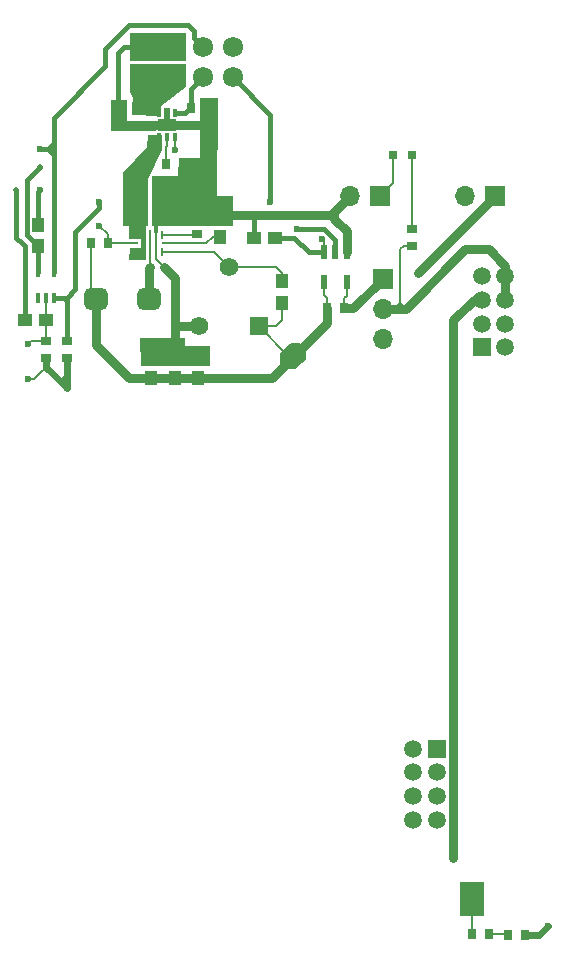
<source format=gbr>
%TF.GenerationSoftware,KiCad,Pcbnew,8.0.4*%
%TF.CreationDate,2024-08-22T00:26:23+05:30*%
%TF.ProjectId,sanket 4.0,73616e6b-6574-4203-942e-302e6b696361,rev?*%
%TF.SameCoordinates,Original*%
%TF.FileFunction,Copper,L1,Top*%
%TF.FilePolarity,Positive*%
%FSLAX46Y46*%
G04 Gerber Fmt 4.6, Leading zero omitted, Abs format (unit mm)*
G04 Created by KiCad (PCBNEW 8.0.4) date 2024-08-22 00:26:23*
%MOMM*%
%LPD*%
G01*
G04 APERTURE LIST*
G04 Aperture macros list*
%AMRoundRect*
0 Rectangle with rounded corners*
0 $1 Rounding radius*
0 $2 $3 $4 $5 $6 $7 $8 $9 X,Y pos of 4 corners*
0 Add a 4 corners polygon primitive as box body*
4,1,4,$2,$3,$4,$5,$6,$7,$8,$9,$2,$3,0*
0 Add four circle primitives for the rounded corners*
1,1,$1+$1,$2,$3*
1,1,$1+$1,$4,$5*
1,1,$1+$1,$6,$7*
1,1,$1+$1,$8,$9*
0 Add four rect primitives between the rounded corners*
20,1,$1+$1,$2,$3,$4,$5,0*
20,1,$1+$1,$4,$5,$6,$7,0*
20,1,$1+$1,$6,$7,$8,$9,0*
20,1,$1+$1,$8,$9,$2,$3,0*%
G04 Aperture macros list end*
%TA.AperFunction,Conductor*%
%ADD10C,0.000000*%
%TD*%
%TA.AperFunction,Conductor*%
%ADD11C,0.200000*%
%TD*%
%TA.AperFunction,SMDPad,CuDef*%
%ADD12R,0.650000X0.900000*%
%TD*%
%TA.AperFunction,ComponentPad*%
%ADD13R,1.720000X1.720000*%
%TD*%
%TA.AperFunction,ComponentPad*%
%ADD14C,1.720000*%
%TD*%
%TA.AperFunction,SMDPad,CuDef*%
%ADD15R,0.900000X0.650000*%
%TD*%
%TA.AperFunction,SMDPad,CuDef*%
%ADD16R,1.100000X1.150000*%
%TD*%
%TA.AperFunction,SMDPad,CuDef*%
%ADD17R,2.000000X3.000000*%
%TD*%
%TA.AperFunction,SMDPad,CuDef*%
%ADD18R,0.600000X1.250000*%
%TD*%
%TA.AperFunction,SMDPad,CuDef*%
%ADD19RoundRect,0.450000X0.550000X0.450000X-0.550000X0.450000X-0.550000X-0.450000X0.550000X-0.450000X0*%
%TD*%
%TA.AperFunction,ComponentPad*%
%ADD20R,1.700000X1.700000*%
%TD*%
%TA.AperFunction,ComponentPad*%
%ADD21O,1.700000X1.700000*%
%TD*%
%TA.AperFunction,SMDPad,CuDef*%
%ADD22R,1.150000X1.100000*%
%TD*%
%TA.AperFunction,SMDPad,CuDef*%
%ADD23R,0.400000X0.900000*%
%TD*%
%TA.AperFunction,SMDPad,CuDef*%
%ADD24R,0.800000X0.800000*%
%TD*%
%TA.AperFunction,ComponentPad*%
%ADD25R,1.560000X1.560000*%
%TD*%
%TA.AperFunction,ComponentPad*%
%ADD26C,1.560000*%
%TD*%
%TA.AperFunction,ComponentPad*%
%ADD27R,1.490000X1.490000*%
%TD*%
%TA.AperFunction,ComponentPad*%
%ADD28C,1.490000*%
%TD*%
%TA.AperFunction,SMDPad,CuDef*%
%ADD29R,0.250000X0.775000*%
%TD*%
%TA.AperFunction,SMDPad,CuDef*%
%ADD30R,0.250000X2.300000*%
%TD*%
%TA.AperFunction,SMDPad,CuDef*%
%ADD31R,0.650000X0.250000*%
%TD*%
%TA.AperFunction,SMDPad,CuDef*%
%ADD32R,0.320000X0.690000*%
%TD*%
%TA.AperFunction,SMDPad,CuDef*%
%ADD33R,1.600000X1.000000*%
%TD*%
%TA.AperFunction,ViaPad*%
%ADD34C,0.600000*%
%TD*%
%TA.AperFunction,ViaPad*%
%ADD35C,0.500000*%
%TD*%
%TA.AperFunction,Conductor*%
%ADD36C,0.720000*%
%TD*%
%TA.AperFunction,Conductor*%
%ADD37C,0.400000*%
%TD*%
%TA.AperFunction,Conductor*%
%ADD38C,0.600000*%
%TD*%
%TA.AperFunction,Conductor*%
%ADD39C,0.381000*%
%TD*%
%TA.AperFunction,Conductor*%
%ADD40C,1.270000*%
%TD*%
%TA.AperFunction,Conductor*%
%ADD41C,0.127000*%
%TD*%
G04 APERTURE END LIST*
D10*
%TA.AperFunction,Conductor*%
%TO.N,/Burn*%
G36*
X120147961Y-58713990D02*
G01*
X120127330Y-59990243D01*
X118902962Y-62432035D01*
X118937954Y-66398600D01*
X116801100Y-66398600D01*
X116801100Y-61898600D01*
X118879293Y-59734733D01*
X118918404Y-58709298D01*
X120147961Y-58713990D01*
G37*
%TD.AperFunction*%
%TA.AperFunction,Conductor*%
%TO.N,GND*%
G36*
X119773031Y-66992224D02*
G01*
X119470282Y-66995192D01*
X119481718Y-66102057D01*
X119570456Y-66098683D01*
X119772527Y-66098585D01*
X119773031Y-66992224D01*
G37*
%TD.AperFunction*%
%TA.AperFunction,Conductor*%
G36*
X122145781Y-50111582D02*
G01*
X122145781Y-52472716D01*
X117423514Y-52472716D01*
X117412926Y-50069230D01*
X122145781Y-50111582D01*
G37*
%TD.AperFunction*%
%TA.AperFunction,Conductor*%
G36*
X124801100Y-64398600D02*
G01*
X119301100Y-64398600D01*
X119286461Y-62144175D01*
X121492356Y-62144174D01*
X121538035Y-60701301D01*
X123365944Y-60684301D01*
X123380633Y-58320335D01*
X115801100Y-58334373D01*
X115801100Y-55723579D01*
X117124657Y-55708831D01*
X117161729Y-57505158D01*
X120316832Y-57502529D01*
X120331631Y-56437881D01*
X120784668Y-56441505D01*
X120793682Y-57508642D01*
X123355224Y-57520869D01*
X123384574Y-55586922D01*
X124858275Y-55560968D01*
X124801100Y-64398600D01*
G37*
%TD.AperFunction*%
%TA.AperFunction,Conductor*%
%TO.N,Vcc*%
G36*
X122159870Y-54671980D02*
G01*
X120082837Y-56254234D01*
X120072184Y-57067387D01*
X117626659Y-57045130D01*
X117633637Y-55558895D01*
X117437417Y-55084011D01*
X117436633Y-52680109D01*
X122159870Y-52680109D01*
X122159870Y-54671980D01*
G37*
%TD.AperFunction*%
%TA.AperFunction,Conductor*%
%TO.N,GND*%
G36*
X122045224Y-75899918D02*
G01*
X122047414Y-76610939D01*
X124151743Y-76599886D01*
X124151721Y-78255226D01*
X118309436Y-78271991D01*
X118301100Y-75898600D01*
X122045224Y-75899918D01*
G37*
%TD.AperFunction*%
%TA.AperFunction,Conductor*%
G36*
X126128848Y-66407276D02*
G01*
X119301100Y-66398600D01*
X119301100Y-63898600D01*
X126118793Y-63895780D01*
X126128848Y-66407276D01*
G37*
%TD.AperFunction*%
D11*
%TO.N,/VR*%
X131768636Y-76441004D02*
X132263177Y-76918193D01*
X132193768Y-77655667D01*
X131369533Y-78471226D01*
X130744849Y-78471226D01*
X130206927Y-77985361D01*
X130189575Y-77239211D01*
X131048515Y-76397623D01*
X131768636Y-76441004D01*
%TA.AperFunction,Conductor*%
G36*
X131768636Y-76441004D02*
G01*
X132263177Y-76918193D01*
X132193768Y-77655667D01*
X131369533Y-78471226D01*
X130744849Y-78471226D01*
X130206927Y-77985361D01*
X130189575Y-77239211D01*
X131048515Y-76397623D01*
X131768636Y-76441004D01*
G37*
%TD.AperFunction*%
D10*
%TA.AperFunction,Conductor*%
%TO.N,/Burn*%
G36*
X118768742Y-65904114D02*
G01*
X118755097Y-69266214D01*
X117369348Y-69258015D01*
X117376945Y-68242897D01*
X118335998Y-68240213D01*
X118338036Y-67529149D01*
X117298994Y-67524937D01*
X117301100Y-65898600D01*
X118768742Y-65904114D01*
G37*
%TD.AperFunction*%
%TD*%
D12*
%TO.P,R10,1*%
%TO.N,/NetBLEEDER1_1*%
X146351100Y-126398600D03*
%TO.P,R10,2*%
%TO.N,/NetR10_2*%
X147801100Y-126398600D03*
%TD*%
D13*
%TO.P,J4,1,1*%
%TO.N,GND*%
X118504500Y-51263600D03*
D14*
%TO.P,J4,2,2*%
%TO.N,Vcc*%
X118504500Y-53803600D03*
%TO.P,J4,3,3*%
%TO.N,GND*%
X121044500Y-51263600D03*
%TO.P,J4,4,4*%
%TO.N,Vcc*%
X121044500Y-53803600D03*
%TO.P,J4,5,5*%
%TO.N,/TRIGGER_OUT*%
X123584500Y-51263600D03*
%TO.P,J4,6,6*%
%TO.N,/EN*%
X123584500Y-53803600D03*
%TO.P,J4,7,7*%
%TO.N,unconnected-(J4-Pad7)*%
X126124500Y-51263600D03*
%TO.P,J4,8,8*%
%TO.N,/CS*%
X126124500Y-53803600D03*
%TD*%
D15*
%TO.P,R7,1*%
%TO.N,/SW_OUT*%
X110301100Y-77623600D03*
%TO.P,R7,2*%
%TO.N,/TRIGGER_IN*%
X110301100Y-76173600D03*
%TD*%
D16*
%TO.P,CFF1,1*%
%TO.N,Net-(U6-FB)*%
X130301100Y-71098600D03*
%TO.P,CFF1,2*%
%TO.N,/VR*%
X130301100Y-72898600D03*
%TD*%
D17*
%TO.P,BLEEDER1,1,BLEEDER*%
%TO.N,/NetBLEEDER1_1*%
X146355280Y-123431360D03*
%TD*%
D15*
%TO.P,R4,1*%
%TO.N,/NetD1_2*%
X141301100Y-66673600D03*
%TO.P,R4,2*%
%TO.N,Net-(J1-Pin_2)*%
X141301100Y-68123600D03*
%TD*%
D18*
%TO.P,U5,1,GND*%
%TO.N,GND*%
X135751100Y-68648600D03*
%TO.P,U5,2,OUT*%
%TO.N,/CS*%
X134801100Y-68648600D03*
%TO.P,U5,3,VCC*%
%TO.N,Vcc*%
X133851100Y-68648600D03*
%TO.P,U5,4,RS+*%
%TO.N,/VR*%
X133851100Y-71148600D03*
%TO.P,U5,5,RS-*%
%TO.N,Net-(J1-Pin_1)*%
X135751100Y-71148600D03*
%TD*%
D16*
%TO.P,C4,1*%
%TO.N,GND*%
X119214691Y-77498600D03*
%TO.P,C4,2*%
%TO.N,/VR*%
X119214691Y-79298600D03*
%TD*%
D12*
%TO.P,RSENSE1,1*%
%TO.N,/VR*%
X134076100Y-73398600D03*
%TO.P,RSENSE1,2*%
%TO.N,Net-(J1-Pin_1)*%
X135526100Y-73398600D03*
%TD*%
D19*
%TO.P,L1,1,1*%
%TO.N,Net-(U6-SW)*%
X119051100Y-72567690D03*
%TO.P,L1,2,2*%
%TO.N,/VR*%
X114551100Y-72567690D03*
%TD*%
D20*
%TO.P,J3,1,Pin_1*%
%TO.N,/RBW-LOW*%
X138576100Y-63898600D03*
D21*
%TO.P,J3,2,Pin_2*%
%TO.N,GND*%
X136036100Y-63898600D03*
%TD*%
D22*
%TO.P,C3,1*%
%TO.N,GND*%
X120030170Y-65088575D03*
%TO.P,C3,2*%
%TO.N,/Burn*%
X118230170Y-65088575D03*
%TD*%
D16*
%TO.P,C7,1*%
%TO.N,GND*%
X109633707Y-66347641D03*
%TO.P,C7,2*%
%TO.N,Vcc*%
X109633707Y-68147641D03*
%TD*%
D12*
%TO.P,R_ILIM1,1*%
%TO.N,Net-(U4-ILIM)*%
X120469372Y-61209901D03*
%TO.P,R_ILIM1,2*%
%TO.N,GND*%
X121919372Y-61209901D03*
%TD*%
D15*
%TO.P,R5,1*%
%TO.N,Net-(U6-COMP_FSET)*%
X123123460Y-67133984D03*
%TO.P,R5,2*%
%TO.N,GND*%
X123123460Y-65683984D03*
%TD*%
D23*
%TO.P,U3,1,NC*%
%TO.N,unconnected-(U3-NC-Pad1)*%
X109651100Y-72498600D03*
%TO.P,U3,2,A*%
%TO.N,/TRIGGER_IN*%
X110301100Y-72498600D03*
%TO.P,U3,3,GND*%
%TO.N,GND*%
X110951100Y-72498600D03*
%TO.P,U3,4,Y*%
%TO.N,/TRIGGER_OUT*%
X110951100Y-70298600D03*
%TO.P,U3,5,VCC*%
%TO.N,Vcc*%
X109651100Y-70298600D03*
%TD*%
D12*
%TO.P,R11,1*%
%TO.N,/NetR10_2*%
X149402170Y-126424650D03*
%TO.P,R11,2*%
%TO.N,GND*%
X150852170Y-126424650D03*
%TD*%
D24*
%TO.P,D1,1,K*%
%TO.N,/RBW-LOW*%
X139701100Y-60398600D03*
%TO.P,D1,2,A*%
%TO.N,/NetD1_2*%
X141301100Y-60398600D03*
%TD*%
D22*
%TO.P,C6,1*%
%TO.N,GND*%
X108514710Y-74402132D03*
%TO.P,C6,2*%
%TO.N,/TRIGGER_IN*%
X110314710Y-74402132D03*
%TD*%
D12*
%TO.P,R1,1*%
%TO.N,GND*%
X124026100Y-56398600D03*
%TO.P,R1,2*%
%TO.N,/EN*%
X122576100Y-56398600D03*
%TD*%
D16*
%TO.P,C9,1*%
%TO.N,GND*%
X121214691Y-77498600D03*
%TO.P,C9,2*%
%TO.N,/VR*%
X121214691Y-79298600D03*
%TD*%
D12*
%TO.P,R6,1*%
%TO.N,/VR*%
X114076100Y-67898600D03*
%TO.P,R6,2*%
%TO.N,Net-(U6-PG)*%
X115526100Y-67898600D03*
%TD*%
D20*
%TO.P,J1,1,Pin_1*%
%TO.N,Net-(J1-Pin_1)*%
X138801100Y-70873600D03*
D21*
%TO.P,J1,2,Pin_2*%
%TO.N,Net-(J1-Pin_2)*%
X138801100Y-73413600D03*
%TO.P,J1,3,Pin_3*%
%TO.N,Net-(DIR_PW1-Pin_1)*%
X138801100Y-75953600D03*
%TD*%
D25*
%TO.P,RV1,1,1*%
%TO.N,/VR*%
X128301100Y-74906421D03*
D26*
%TO.P,RV1,2,2*%
%TO.N,Net-(U6-FB)*%
X125801100Y-69906421D03*
%TO.P,RV1,3,3*%
%TO.N,GND*%
X123301100Y-74906421D03*
%TD*%
D27*
%TO.P,DEPLOYER2,1,1*%
%TO.N,/SW_OUT*%
X143401100Y-110675485D03*
D28*
%TO.P,DEPLOYER2,2,2*%
X141401100Y-110675485D03*
%TO.P,DEPLOYER2,3,3*%
%TO.N,/NetDEPLOYER1_1*%
X143401100Y-112675485D03*
%TO.P,DEPLOYER2,4,4*%
X141401100Y-112675485D03*
%TO.P,DEPLOYER2,5,5*%
%TO.N,Net-(J1-Pin_2)*%
X143401100Y-114675485D03*
%TO.P,DEPLOYER2,6,6*%
%TO.N,/RBW-LOW*%
X141401100Y-114675485D03*
%TO.P,DEPLOYER2,7,7*%
%TO.N,Net-(J1-Pin_2)*%
X143401100Y-116675485D03*
%TO.P,DEPLOYER2,8,8*%
%TO.N,/RBW-LOW*%
X141401100Y-116675485D03*
%TD*%
D15*
%TO.P,R8,1*%
%TO.N,GND*%
X112076100Y-76173600D03*
%TO.P,R8,2*%
%TO.N,/SW_OUT*%
X112076100Y-77623600D03*
%TD*%
D22*
%TO.P,C1,1*%
%TO.N,GND*%
X116401100Y-56398600D03*
%TO.P,C1,2*%
%TO.N,Vcc*%
X118201100Y-56398600D03*
%TD*%
D27*
%TO.P,DEPLOYER1,1,1*%
%TO.N,/NetDEPLOYER1_1*%
X147201100Y-76675485D03*
D28*
%TO.P,DEPLOYER1,2,2*%
X149201100Y-76675485D03*
%TO.P,DEPLOYER1,3,3*%
%TO.N,Vcc*%
X147201100Y-74675485D03*
%TO.P,DEPLOYER1,4,4*%
X149201100Y-74675485D03*
%TO.P,DEPLOYER1,5,5*%
%TO.N,/RBW-LOW*%
X147201100Y-72675485D03*
%TO.P,DEPLOYER1,6,6*%
%TO.N,Net-(J1-Pin_2)*%
X149201100Y-72675485D03*
%TO.P,DEPLOYER1,7,7*%
%TO.N,/RBW-LOW*%
X147201100Y-70675485D03*
%TO.P,DEPLOYER1,8,8*%
%TO.N,Net-(J1-Pin_2)*%
X149201100Y-70675485D03*
%TD*%
D16*
%TO.P,C10,1*%
%TO.N,GND*%
X123214691Y-77498600D03*
%TO.P,C10,2*%
%TO.N,/VR*%
X123214691Y-79298600D03*
%TD*%
D22*
%TO.P,C2,1*%
%TO.N,GND*%
X120062923Y-63052123D03*
%TO.P,C2,2*%
%TO.N,/Burn*%
X118262923Y-63052123D03*
%TD*%
%TO.P,C8,1*%
%TO.N,GND*%
X127901100Y-67398600D03*
%TO.P,C8,2*%
%TO.N,Vcc*%
X129701100Y-67398600D03*
%TD*%
D20*
%TO.P,DIR_PW1,1,Pin_1*%
%TO.N,Net-(DIR_PW1-Pin_1)*%
X148301100Y-63898600D03*
D21*
%TO.P,DIR_PW1,2,Pin_2*%
%TO.N,GND*%
X145761100Y-63898600D03*
%TD*%
D29*
%TO.P,U6,1,MODE_SYNC*%
%TO.N,/Burn*%
X118121336Y-68659499D03*
D30*
%TO.P,U6,2,VIN*%
X118621336Y-67898599D03*
%TO.P,U6,3,SW*%
%TO.N,Net-(U6-SW)*%
X119121336Y-67898599D03*
%TO.P,U6,4,GND*%
%TO.N,GND*%
X119621336Y-67898599D03*
D29*
%TO.P,U6,5,FB*%
%TO.N,Net-(U6-FB)*%
X120121333Y-68659499D03*
D31*
%TO.P,U6,6,SS_TR*%
%TO.N,Net-(U6-SS_TR)*%
X120446336Y-67898599D03*
D29*
%TO.P,U6,7,COMP_FSET*%
%TO.N,Net-(U6-COMP_FSET)*%
X120121336Y-67137699D03*
%TO.P,U6,8,EN*%
%TO.N,/Burn*%
X118121336Y-67137699D03*
D31*
%TO.P,U6,9,PG*%
%TO.N,Net-(U6-PG)*%
X117796336Y-67898599D03*
%TD*%
D32*
%TO.P,U4,1,OUT*%
%TO.N,/Burn*%
X119894373Y-58918600D03*
%TO.P,U4,2,ILIM*%
%TO.N,Net-(U4-ILIM)*%
X120544373Y-58918600D03*
%TO.P,U4,3,~{FAULT}*%
%TO.N,Net-(U4-~{FAULT})*%
X121194373Y-58918600D03*
%TO.P,U4,4,EN*%
%TO.N,/EN*%
X121194373Y-56878600D03*
%TO.P,U4,5,GND*%
%TO.N,GND*%
X120544373Y-56878600D03*
%TO.P,U4,6,IN*%
%TO.N,Vcc*%
X119894373Y-56878600D03*
D33*
%TO.P,U4,7,EXP*%
%TO.N,GND*%
X120544373Y-57898600D03*
%TD*%
D16*
%TO.P,C5,1*%
%TO.N,GND*%
X125032633Y-65524580D03*
%TO.P,C5,2*%
%TO.N,Net-(U6-SS_TR)*%
X125032633Y-67324580D03*
%TD*%
D34*
%TO.N,Vcc*%
X133693625Y-67506075D03*
D35*
X109801100Y-61398600D03*
D34*
%TO.N,/TRIGGER_IN*%
X108801100Y-76398600D03*
%TO.N,/RBW-LOW*%
X144801100Y-119898600D03*
%TO.N,/SW_OUT*%
X108801100Y-79398600D03*
X112051100Y-80148600D03*
%TO.N,GND*%
X114801100Y-64398600D03*
X152775050Y-125687685D03*
D35*
X107801100Y-63398600D03*
D34*
X121801100Y-65398600D03*
X109801100Y-63398600D03*
%TO.N,/VR*%
X131301100Y-77398600D03*
%TO.N,/TRIGGER_OUT*%
X109801100Y-59898600D03*
%TO.N,/CS*%
X131556125Y-66643575D03*
X129301100Y-64398600D03*
%TO.N,Net-(U4-~{FAULT})*%
X121194373Y-59947744D03*
%TO.N,Net-(U6-PG)*%
X114801100Y-66398600D03*
%TO.N,Net-(DIR_PW1-Pin_1)*%
X141801100Y-70398600D03*
%TD*%
D11*
%TO.N,/NetBLEEDER1_1*%
X146351100Y-126398600D02*
X146351100Y-123435540D01*
X146351100Y-123435540D02*
X146355280Y-123431360D01*
%TO.N,Net-(J1-Pin_2)*%
X140576100Y-68123600D02*
X141301100Y-68123600D01*
X140301100Y-72928600D02*
X140786100Y-73413600D01*
X139801100Y-73413600D02*
X138801100Y-73413600D01*
X140301100Y-72913600D02*
X139801100Y-73413600D01*
D36*
X147801100Y-68398600D02*
X149201100Y-69798600D01*
D11*
X140301100Y-68398600D02*
X140301100Y-72913600D01*
D36*
X140786100Y-73413600D02*
X145801100Y-68398600D01*
X145801100Y-68398600D02*
X147801100Y-68398600D01*
D11*
X140301100Y-72913600D02*
X140301100Y-72928600D01*
D36*
X149201100Y-69798600D02*
X149201100Y-70675485D01*
X149201100Y-70675485D02*
X149201100Y-72675485D01*
D11*
X140576100Y-68123600D02*
X140301100Y-68398600D01*
D36*
X138801100Y-73413600D02*
X140786100Y-73413600D01*
D37*
%TO.N,Vcc*%
X132551100Y-68648600D02*
X131301100Y-67398600D01*
X131301100Y-67398600D02*
X129701100Y-67398600D01*
D11*
X133851100Y-68648600D02*
X133851100Y-67663550D01*
D37*
X109651100Y-70298600D02*
X109651100Y-68165034D01*
X109651100Y-68165034D02*
X109633707Y-68147641D01*
X108683707Y-62515993D02*
X108683707Y-67197641D01*
X108683707Y-67197641D02*
X109633707Y-68147641D01*
X109801100Y-61398600D02*
X108683707Y-62515993D01*
D11*
X133851100Y-67663550D02*
X133693625Y-67506075D01*
D37*
X133851100Y-68648600D02*
X132551100Y-68648600D01*
D36*
%TO.N,Net-(J1-Pin_1)*%
X136276100Y-73398600D02*
X138801100Y-70873600D01*
D11*
X135526100Y-72529173D02*
X135526100Y-73398600D01*
D36*
X135526100Y-73398600D02*
X136276100Y-73398600D01*
D11*
X135751100Y-71148600D02*
X135751100Y-72304173D01*
X135751100Y-72304173D02*
X135526100Y-72529173D01*
%TO.N,/TRIGGER_IN*%
X110301100Y-74388522D02*
X110314710Y-74402132D01*
X110301100Y-74415742D02*
X110314710Y-74402132D01*
X109026100Y-76173600D02*
X108801100Y-76398600D01*
X110301100Y-76173600D02*
X109026100Y-76173600D01*
X110301100Y-76173600D02*
X110301100Y-74415742D01*
X110301100Y-72498600D02*
X110301100Y-74388522D01*
%TO.N,/NetD1_2*%
X141301100Y-66673600D02*
X141301100Y-60398600D01*
D36*
%TO.N,/RBW-LOW*%
X146535536Y-72675485D02*
X144801100Y-74409921D01*
D11*
X139701100Y-60398600D02*
X139701100Y-62773600D01*
D36*
X147201100Y-72675485D02*
X146535536Y-72675485D01*
D11*
X139701100Y-62773600D02*
X138576100Y-63898600D01*
D36*
X144801100Y-74409921D02*
X144801100Y-119898600D01*
D11*
%TO.N,Net-(U6-SW)*%
X119121336Y-69895317D02*
X119118053Y-69898600D01*
X119121336Y-67898599D02*
X119121336Y-69629097D01*
D36*
X119051100Y-69965553D02*
X119051100Y-72567690D01*
D11*
X119121336Y-69629097D02*
X119123320Y-69631081D01*
D36*
X119121336Y-69895317D02*
X119051100Y-69965553D01*
D11*
X119121336Y-67898599D02*
X119121336Y-69895317D01*
D38*
%TO.N,/SW_OUT*%
X110301100Y-78398600D02*
X110301100Y-77623600D01*
X110551100Y-78648600D02*
X110301100Y-78398600D01*
X111551100Y-79648600D02*
X110551100Y-78648600D01*
D11*
X110051100Y-78648600D02*
X110551100Y-78648600D01*
D38*
X112076100Y-80123600D02*
X112076100Y-78898600D01*
X112051100Y-80148600D02*
X111551100Y-79648600D01*
X112076100Y-79123600D02*
X111551100Y-79648600D01*
X112076100Y-78898600D02*
X112076100Y-77623600D01*
D11*
X109301100Y-79398600D02*
X108801100Y-79398600D01*
D38*
X112051100Y-80148600D02*
X112076100Y-80123600D01*
X112076100Y-78898600D02*
X112076100Y-79123600D01*
D11*
X109801100Y-78898600D02*
X109301100Y-79398600D01*
X110301100Y-78398600D02*
X109801100Y-78898600D01*
X109801100Y-78898600D02*
X110051100Y-78648600D01*
D37*
%TO.N,GND*%
X112801100Y-66898600D02*
X114801100Y-64898600D01*
X116936100Y-51263600D02*
X118504500Y-51263600D01*
D36*
X121214691Y-74912191D02*
X121214691Y-77498600D01*
X134668600Y-65266100D02*
X134668600Y-65783060D01*
D37*
X111801100Y-72498600D02*
X112076100Y-72498600D01*
X109633707Y-66347641D02*
X109633707Y-63565993D01*
D36*
X134918600Y-65016100D02*
X134410120Y-65524580D01*
D37*
X114801100Y-64898600D02*
X114801100Y-64398600D01*
D36*
X127801100Y-65524580D02*
X125032633Y-65524580D01*
D37*
X109633707Y-63565993D02*
X109801100Y-63398600D01*
D11*
X120030170Y-65088575D02*
X119621336Y-65497409D01*
D37*
X127901100Y-67398600D02*
X127901100Y-65624580D01*
X112076100Y-72898600D02*
X112076100Y-72773600D01*
D39*
X121044500Y-51263600D02*
X121342750Y-51263600D01*
D37*
X112076100Y-72773600D02*
X111801100Y-72498600D01*
X112076100Y-72898600D02*
X112076100Y-72498600D01*
D36*
X135751100Y-68648600D02*
X135751100Y-66865560D01*
X135751100Y-66865560D02*
X134792620Y-65907080D01*
D38*
X150852170Y-126424650D02*
X152038085Y-126424650D01*
D11*
X119621336Y-69195717D02*
X120301100Y-69875481D01*
D37*
X116401100Y-51798600D02*
X116936100Y-51263600D01*
D36*
X123301100Y-74906421D02*
X121208921Y-74906421D01*
D40*
X118504500Y-51406508D02*
X118504500Y-51263600D01*
D38*
X152775050Y-125687685D02*
X152038085Y-126424650D01*
D36*
X136036100Y-63898600D02*
X134918600Y-65016100D01*
D37*
X108514710Y-68112210D02*
X108301100Y-67898600D01*
D11*
X120301100Y-69875481D02*
X120301100Y-69898600D01*
X119621336Y-67898599D02*
X119621336Y-69195717D01*
D37*
X108514710Y-74402132D02*
X108514710Y-68112210D01*
X112076100Y-72498600D02*
X112801100Y-71773600D01*
D36*
X120301100Y-69898600D02*
X121201100Y-70798600D01*
D37*
X107801100Y-67398600D02*
X107801100Y-63398600D01*
D36*
X121201100Y-74898600D02*
X121214691Y-74912191D01*
X121208921Y-74906421D02*
X121201100Y-74898600D01*
X134918600Y-65016100D02*
X134668600Y-65266100D01*
D37*
X112801100Y-71773600D02*
X112801100Y-66898600D01*
X127901100Y-65624580D02*
X127801100Y-65524580D01*
X110951100Y-72498600D02*
X111801100Y-72498600D01*
D36*
X134410120Y-65524580D02*
X127801100Y-65524580D01*
D37*
X112076100Y-76173600D02*
X112076100Y-72898600D01*
D36*
X121201100Y-70798600D02*
X121201100Y-74898600D01*
D37*
X116401100Y-56398600D02*
X116401100Y-51798600D01*
D36*
X134792620Y-65907080D02*
X134410120Y-65524580D01*
D37*
X108301100Y-67898600D02*
X107801100Y-67398600D01*
D36*
X134668600Y-65783060D02*
X134792620Y-65907080D01*
D11*
%TO.N,/VR*%
X131301100Y-77398600D02*
X130793279Y-77398600D01*
D36*
X114551100Y-76485926D02*
X117363774Y-79298600D01*
D11*
X114076100Y-67898600D02*
X114076100Y-72092690D01*
X130793279Y-77890779D02*
X130801100Y-77898600D01*
D36*
X134076100Y-74623600D02*
X134076100Y-73398600D01*
D11*
X129793279Y-74906421D02*
X130301100Y-74398600D01*
D36*
X132301100Y-76398600D02*
X134076100Y-74623600D01*
D11*
X114076100Y-72092690D02*
X114551100Y-72567690D01*
X130793279Y-77398600D02*
X130793279Y-77890779D01*
D36*
X114551100Y-72567690D02*
X114551100Y-76485926D01*
X123214691Y-79298600D02*
X123908921Y-79298600D01*
D11*
X133851100Y-71148600D02*
X133851100Y-72287061D01*
D36*
X131301100Y-77398600D02*
X132301100Y-76398600D01*
D11*
X128301100Y-74906421D02*
X129793279Y-74906421D01*
X134076100Y-72512061D02*
X134076100Y-73398600D01*
D36*
X130801100Y-77898600D02*
X131301100Y-77398600D01*
D11*
X128301100Y-74906421D02*
X130793279Y-77398600D01*
X133851100Y-72287061D02*
X134076100Y-72512061D01*
D36*
X129401100Y-79298600D02*
X130301100Y-78398600D01*
D11*
X130301100Y-74398600D02*
X130301100Y-72898600D01*
D36*
X119214691Y-79298600D02*
X123214691Y-79298600D01*
X130301100Y-78398600D02*
X130801100Y-77898600D01*
X123214691Y-79298600D02*
X129401100Y-79298600D01*
X117363774Y-79298600D02*
X119214691Y-79298600D01*
D41*
%TO.N,/NetR10_2*%
X147801100Y-126398600D02*
X149327170Y-126398600D01*
D37*
%TO.N,/TRIGGER_OUT*%
X110301100Y-59898600D02*
X109801100Y-59898600D01*
X110451100Y-59898600D02*
X110951100Y-59398600D01*
X117301100Y-49398600D02*
X122301100Y-49398600D01*
X122801100Y-49898600D02*
X122801100Y-50480200D01*
X110951100Y-59898600D02*
X110301100Y-59898600D01*
X110951100Y-59398600D02*
X110951100Y-57248600D01*
X122801100Y-50480200D02*
X123584500Y-51263600D01*
X110951100Y-60398600D02*
X110951100Y-59898600D01*
X110951100Y-70298600D02*
X110951100Y-60398600D01*
X110951100Y-57248600D02*
X115301100Y-52898600D01*
X122301100Y-49398600D02*
X122801100Y-49898600D01*
X110951100Y-59898600D02*
X110951100Y-59398600D01*
X115301100Y-52898600D02*
X115301100Y-51398600D01*
X110301100Y-59898600D02*
X110451100Y-59898600D01*
X115301100Y-51398600D02*
X117301100Y-49398600D01*
X110451100Y-59898600D02*
X110951100Y-60398600D01*
D11*
%TO.N,Net-(U6-SS_TR)*%
X120446336Y-67898599D02*
X122301099Y-67898599D01*
X123853914Y-67898600D02*
X124427934Y-67324580D01*
X122301099Y-67898599D02*
X122301100Y-67898600D01*
X122301100Y-67898600D02*
X123853914Y-67898600D01*
X124427934Y-67324580D02*
X125032633Y-67324580D01*
%TO.N,Net-(U6-FB)*%
X124554178Y-68659499D02*
X125801100Y-69906421D01*
X130301100Y-71098600D02*
X130301100Y-70398600D01*
X130301100Y-70398600D02*
X129808921Y-69906421D01*
X129808921Y-69906421D02*
X125801100Y-69906421D01*
X120121333Y-68659499D02*
X124554178Y-68659499D01*
D37*
%TO.N,/EN*%
X123584500Y-53803600D02*
X122576100Y-54812000D01*
X122576100Y-54812000D02*
X122576100Y-56398600D01*
X121194373Y-56878600D02*
X122096100Y-56878600D01*
X123770598Y-53989698D02*
X123584500Y-53803600D01*
X122096100Y-56878600D02*
X122576100Y-56398600D01*
X123801100Y-54020200D02*
X123584500Y-53803600D01*
%TO.N,/CS*%
X129301100Y-56980200D02*
X126124500Y-53803600D01*
X134801100Y-67623600D02*
X134801100Y-68648600D01*
X129301100Y-64398600D02*
X129301100Y-56980200D01*
X131556125Y-66643575D02*
X133821075Y-66643575D01*
X133821075Y-66643575D02*
X134801100Y-67623600D01*
D11*
%TO.N,Net-(U4-ILIM)*%
X120544373Y-58918600D02*
X120544373Y-59655327D01*
X120544373Y-59655327D02*
X120469372Y-59730328D01*
X120469372Y-59730328D02*
X120469372Y-61209901D01*
%TO.N,Net-(U4-~{FAULT})*%
X121194373Y-59947744D02*
X121194373Y-58918600D01*
%TO.N,Net-(U6-COMP_FSET)*%
X120121336Y-67137699D02*
X123119745Y-67137699D01*
X122948072Y-67137699D02*
X123126446Y-66959325D01*
X123119745Y-67137699D02*
X123123460Y-67133984D01*
%TO.N,Net-(U6-PG)*%
X115526100Y-67898600D02*
X115526100Y-67123600D01*
X117796336Y-67898599D02*
X115526101Y-67898599D01*
X115526100Y-67123600D02*
X114801100Y-66398600D01*
X115526101Y-67898599D02*
X115526100Y-67898600D01*
D36*
%TO.N,Net-(DIR_PW1-Pin_1)*%
X138631100Y-76123600D02*
X138801100Y-75953600D01*
X148301100Y-63898600D02*
X141801100Y-70398600D01*
%TD*%
M02*

</source>
